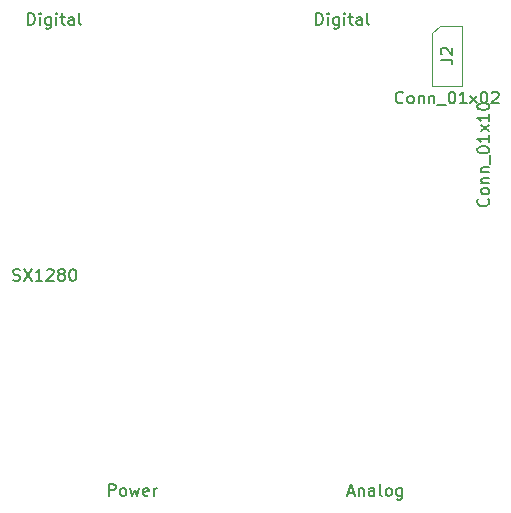
<source format=gbr>
G04 #@! TF.GenerationSoftware,KiCad,Pcbnew,(5.1.9-0-10_14)*
G04 #@! TF.CreationDate,2021-01-31T13:48:18+01:00*
G04 #@! TF.ProjectId,SX1280-Shield,53583132-3830-42d5-9368-69656c642e6b,rev?*
G04 #@! TF.SameCoordinates,Original*
G04 #@! TF.FileFunction,Other,Fab,Top*
%FSLAX46Y46*%
G04 Gerber Fmt 4.6, Leading zero omitted, Abs format (unit mm)*
G04 Created by KiCad (PCBNEW (5.1.9-0-10_14)) date 2021-01-31 13:48:18*
%MOMM*%
%LPD*%
G01*
G04 APERTURE LIST*
%ADD10C,0.100000*%
%ADD11C,0.150000*%
G04 APERTURE END LIST*
D10*
X173863000Y-80391000D02*
X175768000Y-80391000D01*
X175768000Y-80391000D02*
X175768000Y-85471000D01*
X175768000Y-85471000D02*
X173228000Y-85471000D01*
X173228000Y-85471000D02*
X173228000Y-81026000D01*
X173228000Y-81026000D02*
X173863000Y-80391000D01*
D11*
X137749333Y-101953761D02*
X137892190Y-102001380D01*
X138130285Y-102001380D01*
X138225523Y-101953761D01*
X138273142Y-101906142D01*
X138320761Y-101810904D01*
X138320761Y-101715666D01*
X138273142Y-101620428D01*
X138225523Y-101572809D01*
X138130285Y-101525190D01*
X137939809Y-101477571D01*
X137844571Y-101429952D01*
X137796952Y-101382333D01*
X137749333Y-101287095D01*
X137749333Y-101191857D01*
X137796952Y-101096619D01*
X137844571Y-101049000D01*
X137939809Y-101001380D01*
X138177904Y-101001380D01*
X138320761Y-101049000D01*
X138654095Y-101001380D02*
X139320761Y-102001380D01*
X139320761Y-101001380D02*
X138654095Y-102001380D01*
X140225523Y-102001380D02*
X139654095Y-102001380D01*
X139939809Y-102001380D02*
X139939809Y-101001380D01*
X139844571Y-101144238D01*
X139749333Y-101239476D01*
X139654095Y-101287095D01*
X140606476Y-101096619D02*
X140654095Y-101049000D01*
X140749333Y-101001380D01*
X140987428Y-101001380D01*
X141082666Y-101049000D01*
X141130285Y-101096619D01*
X141177904Y-101191857D01*
X141177904Y-101287095D01*
X141130285Y-101429952D01*
X140558857Y-102001380D01*
X141177904Y-102001380D01*
X141749333Y-101429952D02*
X141654095Y-101382333D01*
X141606476Y-101334714D01*
X141558857Y-101239476D01*
X141558857Y-101191857D01*
X141606476Y-101096619D01*
X141654095Y-101049000D01*
X141749333Y-101001380D01*
X141939809Y-101001380D01*
X142035047Y-101049000D01*
X142082666Y-101096619D01*
X142130285Y-101191857D01*
X142130285Y-101239476D01*
X142082666Y-101334714D01*
X142035047Y-101382333D01*
X141939809Y-101429952D01*
X141749333Y-101429952D01*
X141654095Y-101477571D01*
X141606476Y-101525190D01*
X141558857Y-101620428D01*
X141558857Y-101810904D01*
X141606476Y-101906142D01*
X141654095Y-101953761D01*
X141749333Y-102001380D01*
X141939809Y-102001380D01*
X142035047Y-101953761D01*
X142082666Y-101906142D01*
X142130285Y-101810904D01*
X142130285Y-101620428D01*
X142082666Y-101525190D01*
X142035047Y-101477571D01*
X141939809Y-101429952D01*
X142749333Y-101001380D02*
X142844571Y-101001380D01*
X142939809Y-101049000D01*
X142987428Y-101096619D01*
X143035047Y-101191857D01*
X143082666Y-101382333D01*
X143082666Y-101620428D01*
X143035047Y-101810904D01*
X142987428Y-101906142D01*
X142939809Y-101953761D01*
X142844571Y-102001380D01*
X142749333Y-102001380D01*
X142654095Y-101953761D01*
X142606476Y-101906142D01*
X142558857Y-101810904D01*
X142511238Y-101620428D01*
X142511238Y-101382333D01*
X142558857Y-101191857D01*
X142606476Y-101096619D01*
X142654095Y-101049000D01*
X142749333Y-101001380D01*
X170759904Y-86888142D02*
X170712285Y-86935761D01*
X170569428Y-86983380D01*
X170474190Y-86983380D01*
X170331333Y-86935761D01*
X170236095Y-86840523D01*
X170188476Y-86745285D01*
X170140857Y-86554809D01*
X170140857Y-86411952D01*
X170188476Y-86221476D01*
X170236095Y-86126238D01*
X170331333Y-86031000D01*
X170474190Y-85983380D01*
X170569428Y-85983380D01*
X170712285Y-86031000D01*
X170759904Y-86078619D01*
X171331333Y-86983380D02*
X171236095Y-86935761D01*
X171188476Y-86888142D01*
X171140857Y-86792904D01*
X171140857Y-86507190D01*
X171188476Y-86411952D01*
X171236095Y-86364333D01*
X171331333Y-86316714D01*
X171474190Y-86316714D01*
X171569428Y-86364333D01*
X171617047Y-86411952D01*
X171664666Y-86507190D01*
X171664666Y-86792904D01*
X171617047Y-86888142D01*
X171569428Y-86935761D01*
X171474190Y-86983380D01*
X171331333Y-86983380D01*
X172093238Y-86316714D02*
X172093238Y-86983380D01*
X172093238Y-86411952D02*
X172140857Y-86364333D01*
X172236095Y-86316714D01*
X172378952Y-86316714D01*
X172474190Y-86364333D01*
X172521809Y-86459571D01*
X172521809Y-86983380D01*
X172998000Y-86316714D02*
X172998000Y-86983380D01*
X172998000Y-86411952D02*
X173045619Y-86364333D01*
X173140857Y-86316714D01*
X173283714Y-86316714D01*
X173378952Y-86364333D01*
X173426571Y-86459571D01*
X173426571Y-86983380D01*
X173664666Y-87078619D02*
X174426571Y-87078619D01*
X174855142Y-85983380D02*
X174950380Y-85983380D01*
X175045619Y-86031000D01*
X175093238Y-86078619D01*
X175140857Y-86173857D01*
X175188476Y-86364333D01*
X175188476Y-86602428D01*
X175140857Y-86792904D01*
X175093238Y-86888142D01*
X175045619Y-86935761D01*
X174950380Y-86983380D01*
X174855142Y-86983380D01*
X174759904Y-86935761D01*
X174712285Y-86888142D01*
X174664666Y-86792904D01*
X174617047Y-86602428D01*
X174617047Y-86364333D01*
X174664666Y-86173857D01*
X174712285Y-86078619D01*
X174759904Y-86031000D01*
X174855142Y-85983380D01*
X176140857Y-86983380D02*
X175569428Y-86983380D01*
X175855142Y-86983380D02*
X175855142Y-85983380D01*
X175759904Y-86126238D01*
X175664666Y-86221476D01*
X175569428Y-86269095D01*
X176474190Y-86983380D02*
X176998000Y-86316714D01*
X176474190Y-86316714D02*
X176998000Y-86983380D01*
X177569428Y-85983380D02*
X177664666Y-85983380D01*
X177759904Y-86031000D01*
X177807523Y-86078619D01*
X177855142Y-86173857D01*
X177902761Y-86364333D01*
X177902761Y-86602428D01*
X177855142Y-86792904D01*
X177807523Y-86888142D01*
X177759904Y-86935761D01*
X177664666Y-86983380D01*
X177569428Y-86983380D01*
X177474190Y-86935761D01*
X177426571Y-86888142D01*
X177378952Y-86792904D01*
X177331333Y-86602428D01*
X177331333Y-86364333D01*
X177378952Y-86173857D01*
X177426571Y-86078619D01*
X177474190Y-86031000D01*
X177569428Y-85983380D01*
X178283714Y-86078619D02*
X178331333Y-86031000D01*
X178426571Y-85983380D01*
X178664666Y-85983380D01*
X178759904Y-86031000D01*
X178807523Y-86078619D01*
X178855142Y-86173857D01*
X178855142Y-86269095D01*
X178807523Y-86411952D01*
X178236095Y-86983380D01*
X178855142Y-86983380D01*
X173950380Y-83264333D02*
X174664666Y-83264333D01*
X174807523Y-83311952D01*
X174902761Y-83407190D01*
X174950380Y-83550047D01*
X174950380Y-83645285D01*
X174045619Y-82835761D02*
X173998000Y-82788142D01*
X173950380Y-82692904D01*
X173950380Y-82454809D01*
X173998000Y-82359571D01*
X174045619Y-82311952D01*
X174140857Y-82264333D01*
X174236095Y-82264333D01*
X174378952Y-82311952D01*
X174950380Y-82883380D01*
X174950380Y-82264333D01*
X177955142Y-95051095D02*
X178002761Y-95098714D01*
X178050380Y-95241571D01*
X178050380Y-95336809D01*
X178002761Y-95479666D01*
X177907523Y-95574904D01*
X177812285Y-95622523D01*
X177621809Y-95670142D01*
X177478952Y-95670142D01*
X177288476Y-95622523D01*
X177193238Y-95574904D01*
X177098000Y-95479666D01*
X177050380Y-95336809D01*
X177050380Y-95241571D01*
X177098000Y-95098714D01*
X177145619Y-95051095D01*
X178050380Y-94479666D02*
X178002761Y-94574904D01*
X177955142Y-94622523D01*
X177859904Y-94670142D01*
X177574190Y-94670142D01*
X177478952Y-94622523D01*
X177431333Y-94574904D01*
X177383714Y-94479666D01*
X177383714Y-94336809D01*
X177431333Y-94241571D01*
X177478952Y-94193952D01*
X177574190Y-94146333D01*
X177859904Y-94146333D01*
X177955142Y-94193952D01*
X178002761Y-94241571D01*
X178050380Y-94336809D01*
X178050380Y-94479666D01*
X177383714Y-93717761D02*
X178050380Y-93717761D01*
X177478952Y-93717761D02*
X177431333Y-93670142D01*
X177383714Y-93574904D01*
X177383714Y-93432047D01*
X177431333Y-93336809D01*
X177526571Y-93289190D01*
X178050380Y-93289190D01*
X177383714Y-92813000D02*
X178050380Y-92813000D01*
X177478952Y-92813000D02*
X177431333Y-92765380D01*
X177383714Y-92670142D01*
X177383714Y-92527285D01*
X177431333Y-92432047D01*
X177526571Y-92384428D01*
X178050380Y-92384428D01*
X178145619Y-92146333D02*
X178145619Y-91384428D01*
X177050380Y-90955857D02*
X177050380Y-90860619D01*
X177098000Y-90765380D01*
X177145619Y-90717761D01*
X177240857Y-90670142D01*
X177431333Y-90622523D01*
X177669428Y-90622523D01*
X177859904Y-90670142D01*
X177955142Y-90717761D01*
X178002761Y-90765380D01*
X178050380Y-90860619D01*
X178050380Y-90955857D01*
X178002761Y-91051095D01*
X177955142Y-91098714D01*
X177859904Y-91146333D01*
X177669428Y-91193952D01*
X177431333Y-91193952D01*
X177240857Y-91146333D01*
X177145619Y-91098714D01*
X177098000Y-91051095D01*
X177050380Y-90955857D01*
X178050380Y-89670142D02*
X178050380Y-90241571D01*
X178050380Y-89955857D02*
X177050380Y-89955857D01*
X177193238Y-90051095D01*
X177288476Y-90146333D01*
X177336095Y-90241571D01*
X178050380Y-89336809D02*
X177383714Y-88813000D01*
X177383714Y-89336809D02*
X178050380Y-88813000D01*
X178050380Y-87908238D02*
X178050380Y-88479666D01*
X178050380Y-88193952D02*
X177050380Y-88193952D01*
X177193238Y-88289190D01*
X177288476Y-88384428D01*
X177336095Y-88479666D01*
X177050380Y-87289190D02*
X177050380Y-87193952D01*
X177098000Y-87098714D01*
X177145619Y-87051095D01*
X177240857Y-87003476D01*
X177431333Y-86955857D01*
X177669428Y-86955857D01*
X177859904Y-87003476D01*
X177955142Y-87051095D01*
X178002761Y-87098714D01*
X178050380Y-87193952D01*
X178050380Y-87289190D01*
X178002761Y-87384428D01*
X177955142Y-87432047D01*
X177859904Y-87479666D01*
X177669428Y-87527285D01*
X177431333Y-87527285D01*
X177240857Y-87479666D01*
X177145619Y-87432047D01*
X177098000Y-87384428D01*
X177050380Y-87289190D01*
X145851809Y-120213380D02*
X145851809Y-119213380D01*
X146232761Y-119213380D01*
X146328000Y-119261000D01*
X146375619Y-119308619D01*
X146423238Y-119403857D01*
X146423238Y-119546714D01*
X146375619Y-119641952D01*
X146328000Y-119689571D01*
X146232761Y-119737190D01*
X145851809Y-119737190D01*
X146994666Y-120213380D02*
X146899428Y-120165761D01*
X146851809Y-120118142D01*
X146804190Y-120022904D01*
X146804190Y-119737190D01*
X146851809Y-119641952D01*
X146899428Y-119594333D01*
X146994666Y-119546714D01*
X147137523Y-119546714D01*
X147232761Y-119594333D01*
X147280380Y-119641952D01*
X147328000Y-119737190D01*
X147328000Y-120022904D01*
X147280380Y-120118142D01*
X147232761Y-120165761D01*
X147137523Y-120213380D01*
X146994666Y-120213380D01*
X147661333Y-119546714D02*
X147851809Y-120213380D01*
X148042285Y-119737190D01*
X148232761Y-120213380D01*
X148423238Y-119546714D01*
X149185142Y-120165761D02*
X149089904Y-120213380D01*
X148899428Y-120213380D01*
X148804190Y-120165761D01*
X148756571Y-120070523D01*
X148756571Y-119689571D01*
X148804190Y-119594333D01*
X148899428Y-119546714D01*
X149089904Y-119546714D01*
X149185142Y-119594333D01*
X149232761Y-119689571D01*
X149232761Y-119784809D01*
X148756571Y-119880047D01*
X149661333Y-120213380D02*
X149661333Y-119546714D01*
X149661333Y-119737190D02*
X149708952Y-119641952D01*
X149756571Y-119594333D01*
X149851809Y-119546714D01*
X149947047Y-119546714D01*
X166092476Y-119927666D02*
X166568666Y-119927666D01*
X165997238Y-120213380D02*
X166330571Y-119213380D01*
X166663904Y-120213380D01*
X166997238Y-119546714D02*
X166997238Y-120213380D01*
X166997238Y-119641952D02*
X167044857Y-119594333D01*
X167140095Y-119546714D01*
X167282952Y-119546714D01*
X167378190Y-119594333D01*
X167425809Y-119689571D01*
X167425809Y-120213380D01*
X168330571Y-120213380D02*
X168330571Y-119689571D01*
X168282952Y-119594333D01*
X168187714Y-119546714D01*
X167997238Y-119546714D01*
X167902000Y-119594333D01*
X168330571Y-120165761D02*
X168235333Y-120213380D01*
X167997238Y-120213380D01*
X167902000Y-120165761D01*
X167854380Y-120070523D01*
X167854380Y-119975285D01*
X167902000Y-119880047D01*
X167997238Y-119832428D01*
X168235333Y-119832428D01*
X168330571Y-119784809D01*
X168949619Y-120213380D02*
X168854380Y-120165761D01*
X168806761Y-120070523D01*
X168806761Y-119213380D01*
X169473428Y-120213380D02*
X169378190Y-120165761D01*
X169330571Y-120118142D01*
X169282952Y-120022904D01*
X169282952Y-119737190D01*
X169330571Y-119641952D01*
X169378190Y-119594333D01*
X169473428Y-119546714D01*
X169616285Y-119546714D01*
X169711523Y-119594333D01*
X169759142Y-119641952D01*
X169806761Y-119737190D01*
X169806761Y-120022904D01*
X169759142Y-120118142D01*
X169711523Y-120165761D01*
X169616285Y-120213380D01*
X169473428Y-120213380D01*
X170663904Y-119546714D02*
X170663904Y-120356238D01*
X170616285Y-120451476D01*
X170568666Y-120499095D01*
X170473428Y-120546714D01*
X170330571Y-120546714D01*
X170235333Y-120499095D01*
X170663904Y-120165761D02*
X170568666Y-120213380D01*
X170378190Y-120213380D01*
X170282952Y-120165761D01*
X170235333Y-120118142D01*
X170187714Y-120022904D01*
X170187714Y-119737190D01*
X170235333Y-119641952D01*
X170282952Y-119594333D01*
X170378190Y-119546714D01*
X170568666Y-119546714D01*
X170663904Y-119594333D01*
X139033523Y-80335380D02*
X139033523Y-79335380D01*
X139271619Y-79335380D01*
X139414476Y-79383000D01*
X139509714Y-79478238D01*
X139557333Y-79573476D01*
X139604952Y-79763952D01*
X139604952Y-79906809D01*
X139557333Y-80097285D01*
X139509714Y-80192523D01*
X139414476Y-80287761D01*
X139271619Y-80335380D01*
X139033523Y-80335380D01*
X140033523Y-80335380D02*
X140033523Y-79668714D01*
X140033523Y-79335380D02*
X139985904Y-79383000D01*
X140033523Y-79430619D01*
X140081142Y-79383000D01*
X140033523Y-79335380D01*
X140033523Y-79430619D01*
X140938285Y-79668714D02*
X140938285Y-80478238D01*
X140890666Y-80573476D01*
X140843047Y-80621095D01*
X140747809Y-80668714D01*
X140604952Y-80668714D01*
X140509714Y-80621095D01*
X140938285Y-80287761D02*
X140843047Y-80335380D01*
X140652571Y-80335380D01*
X140557333Y-80287761D01*
X140509714Y-80240142D01*
X140462095Y-80144904D01*
X140462095Y-79859190D01*
X140509714Y-79763952D01*
X140557333Y-79716333D01*
X140652571Y-79668714D01*
X140843047Y-79668714D01*
X140938285Y-79716333D01*
X141414476Y-80335380D02*
X141414476Y-79668714D01*
X141414476Y-79335380D02*
X141366857Y-79383000D01*
X141414476Y-79430619D01*
X141462095Y-79383000D01*
X141414476Y-79335380D01*
X141414476Y-79430619D01*
X141747809Y-79668714D02*
X142128761Y-79668714D01*
X141890666Y-79335380D02*
X141890666Y-80192523D01*
X141938285Y-80287761D01*
X142033523Y-80335380D01*
X142128761Y-80335380D01*
X142890666Y-80335380D02*
X142890666Y-79811571D01*
X142843047Y-79716333D01*
X142747809Y-79668714D01*
X142557333Y-79668714D01*
X142462095Y-79716333D01*
X142890666Y-80287761D02*
X142795428Y-80335380D01*
X142557333Y-80335380D01*
X142462095Y-80287761D01*
X142414476Y-80192523D01*
X142414476Y-80097285D01*
X142462095Y-80002047D01*
X142557333Y-79954428D01*
X142795428Y-79954428D01*
X142890666Y-79906809D01*
X143509714Y-80335380D02*
X143414476Y-80287761D01*
X143366857Y-80192523D01*
X143366857Y-79335380D01*
X163417523Y-80335380D02*
X163417523Y-79335380D01*
X163655619Y-79335380D01*
X163798476Y-79383000D01*
X163893714Y-79478238D01*
X163941333Y-79573476D01*
X163988952Y-79763952D01*
X163988952Y-79906809D01*
X163941333Y-80097285D01*
X163893714Y-80192523D01*
X163798476Y-80287761D01*
X163655619Y-80335380D01*
X163417523Y-80335380D01*
X164417523Y-80335380D02*
X164417523Y-79668714D01*
X164417523Y-79335380D02*
X164369904Y-79383000D01*
X164417523Y-79430619D01*
X164465142Y-79383000D01*
X164417523Y-79335380D01*
X164417523Y-79430619D01*
X165322285Y-79668714D02*
X165322285Y-80478238D01*
X165274666Y-80573476D01*
X165227047Y-80621095D01*
X165131809Y-80668714D01*
X164988952Y-80668714D01*
X164893714Y-80621095D01*
X165322285Y-80287761D02*
X165227047Y-80335380D01*
X165036571Y-80335380D01*
X164941333Y-80287761D01*
X164893714Y-80240142D01*
X164846095Y-80144904D01*
X164846095Y-79859190D01*
X164893714Y-79763952D01*
X164941333Y-79716333D01*
X165036571Y-79668714D01*
X165227047Y-79668714D01*
X165322285Y-79716333D01*
X165798476Y-80335380D02*
X165798476Y-79668714D01*
X165798476Y-79335380D02*
X165750857Y-79383000D01*
X165798476Y-79430619D01*
X165846095Y-79383000D01*
X165798476Y-79335380D01*
X165798476Y-79430619D01*
X166131809Y-79668714D02*
X166512761Y-79668714D01*
X166274666Y-79335380D02*
X166274666Y-80192523D01*
X166322285Y-80287761D01*
X166417523Y-80335380D01*
X166512761Y-80335380D01*
X167274666Y-80335380D02*
X167274666Y-79811571D01*
X167227047Y-79716333D01*
X167131809Y-79668714D01*
X166941333Y-79668714D01*
X166846095Y-79716333D01*
X167274666Y-80287761D02*
X167179428Y-80335380D01*
X166941333Y-80335380D01*
X166846095Y-80287761D01*
X166798476Y-80192523D01*
X166798476Y-80097285D01*
X166846095Y-80002047D01*
X166941333Y-79954428D01*
X167179428Y-79954428D01*
X167274666Y-79906809D01*
X167893714Y-80335380D02*
X167798476Y-80287761D01*
X167750857Y-80192523D01*
X167750857Y-79335380D01*
M02*

</source>
